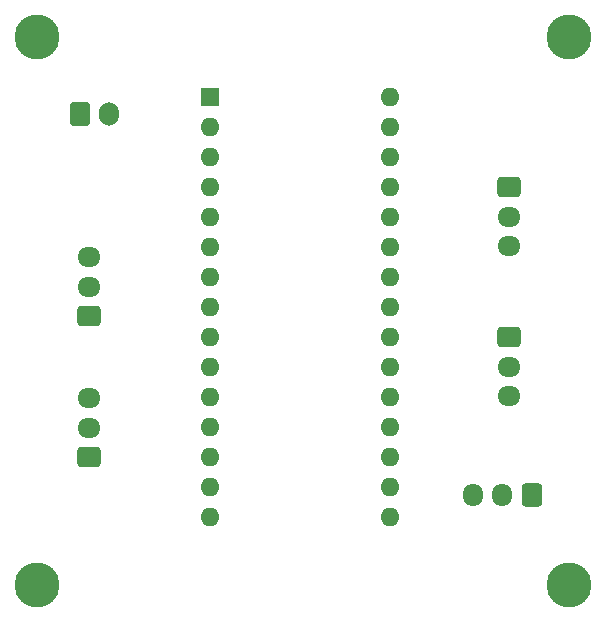
<source format=gbr>
%TF.GenerationSoftware,KiCad,Pcbnew,(6.0.4-0)*%
%TF.CreationDate,2022-05-05T15:57:16+02:00*%
%TF.ProjectId,Raptor_Gripper_Board,52617074-6f72-45f4-9772-69707065725f,rev?*%
%TF.SameCoordinates,Original*%
%TF.FileFunction,Soldermask,Bot*%
%TF.FilePolarity,Negative*%
%FSLAX46Y46*%
G04 Gerber Fmt 4.6, Leading zero omitted, Abs format (unit mm)*
G04 Created by KiCad (PCBNEW (6.0.4-0)) date 2022-05-05 15:57:16*
%MOMM*%
%LPD*%
G01*
G04 APERTURE LIST*
G04 Aperture macros list*
%AMRoundRect*
0 Rectangle with rounded corners*
0 $1 Rounding radius*
0 $2 $3 $4 $5 $6 $7 $8 $9 X,Y pos of 4 corners*
0 Add a 4 corners polygon primitive as box body*
4,1,4,$2,$3,$4,$5,$6,$7,$8,$9,$2,$3,0*
0 Add four circle primitives for the rounded corners*
1,1,$1+$1,$2,$3*
1,1,$1+$1,$4,$5*
1,1,$1+$1,$6,$7*
1,1,$1+$1,$8,$9*
0 Add four rect primitives between the rounded corners*
20,1,$1+$1,$2,$3,$4,$5,0*
20,1,$1+$1,$4,$5,$6,$7,0*
20,1,$1+$1,$6,$7,$8,$9,0*
20,1,$1+$1,$8,$9,$2,$3,0*%
G04 Aperture macros list end*
%ADD10O,1.700000X1.950000*%
%ADD11RoundRect,0.250000X0.600000X0.725000X-0.600000X0.725000X-0.600000X-0.725000X0.600000X-0.725000X0*%
%ADD12C,3.800000*%
%ADD13C,2.600000*%
%ADD14O,1.700000X2.000000*%
%ADD15RoundRect,0.250000X-0.600000X-0.750000X0.600000X-0.750000X0.600000X0.750000X-0.600000X0.750000X0*%
%ADD16O,1.950000X1.700000*%
%ADD17RoundRect,0.250000X0.725000X-0.600000X0.725000X0.600000X-0.725000X0.600000X-0.725000X-0.600000X0*%
%ADD18RoundRect,0.250000X-0.725000X0.600000X-0.725000X-0.600000X0.725000X-0.600000X0.725000X0.600000X0*%
%ADD19O,1.600000X1.600000*%
%ADD20R,1.600000X1.600000*%
G04 APERTURE END LIST*
D10*
%TO.C,J6*%
X116285000Y-84455000D03*
X118785000Y-84455000D03*
D11*
X121285000Y-84455000D03*
%TD*%
D12*
%TO.C,H3*%
X79375000Y-45720000D03*
D13*
X79375000Y-45720000D03*
%TD*%
D12*
%TO.C,H2*%
X124460000Y-45720000D03*
D13*
X124460000Y-45720000D03*
%TD*%
D12*
%TO.C,H1*%
X124460000Y-92075000D03*
D13*
X124460000Y-92075000D03*
%TD*%
D14*
%TO.C,J1*%
X85490000Y-52190000D03*
D15*
X82990000Y-52190000D03*
%TD*%
D16*
%TO.C,J5*%
X83820000Y-76280000D03*
X83820000Y-78780000D03*
D17*
X83820000Y-81280000D03*
%TD*%
D16*
%TO.C,J3*%
X119380000Y-63420000D03*
X119380000Y-60920000D03*
D18*
X119380000Y-58420000D03*
%TD*%
D19*
%TO.C,A0*%
X109230000Y-50800000D03*
X109230000Y-53340000D03*
X109230000Y-55880000D03*
X109230000Y-58420000D03*
X109230000Y-60960000D03*
X109230000Y-63500000D03*
X109230000Y-66040000D03*
X109230000Y-68580000D03*
X109230000Y-71120000D03*
X109230000Y-73660000D03*
X109230000Y-76200000D03*
X109230000Y-78740000D03*
X109230000Y-81280000D03*
X109230000Y-83820000D03*
X109230000Y-86360000D03*
X93990000Y-86360000D03*
X93990000Y-83820000D03*
X93990000Y-81280000D03*
X93990000Y-78740000D03*
X93990000Y-76200000D03*
X93990000Y-73660000D03*
X93990000Y-71120000D03*
X93990000Y-68580000D03*
X93990000Y-66040000D03*
X93990000Y-63500000D03*
X93990000Y-60960000D03*
X93990000Y-58420000D03*
X93990000Y-55880000D03*
X93990000Y-53340000D03*
D20*
X93990000Y-50800000D03*
%TD*%
D13*
%TO.C,H0*%
X79375000Y-92075000D03*
D12*
X79375000Y-92075000D03*
%TD*%
D16*
%TO.C,J2*%
X119380000Y-76120000D03*
X119380000Y-73620000D03*
D18*
X119380000Y-71120000D03*
%TD*%
D16*
%TO.C,J4*%
X83820000Y-64330000D03*
X83820000Y-66830000D03*
D17*
X83820000Y-69330000D03*
%TD*%
M02*

</source>
